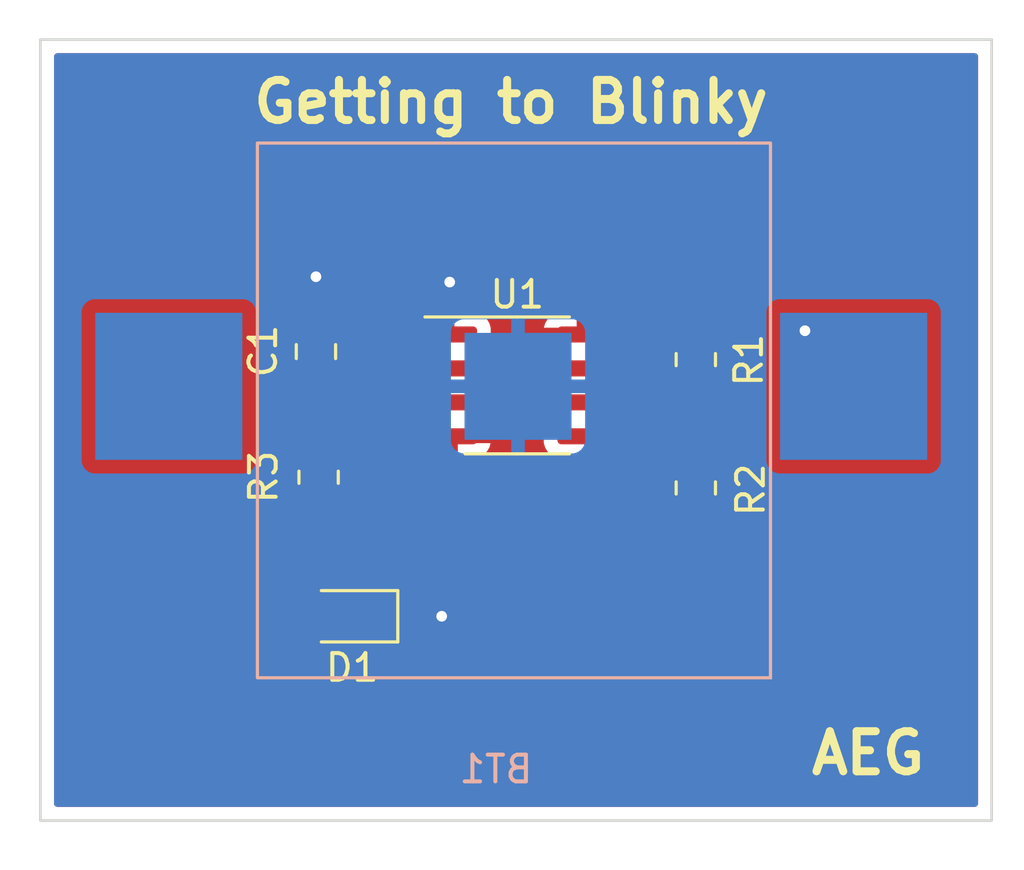
<source format=kicad_pcb>
(kicad_pcb (version 20211014) (generator pcbnew)
  (layers (0 "F.Cu" signal) (31 "B.Cu" signal) (34 "B.Paste" user) (35 "F.Paste" user) (36 "B.SilkS" user "B.Silkscreen") (37 "F.SilkS" user "F.Silkscreen") (38 "B.Mask" user) (39 "F.Mask" user) (44 "Edge.Cuts" user))
  (net 0 "")
  (net 1 "GND")
  (net 2 "Net-(D1-Pad2)")
  (net 3 "Net-(R3-Pad1)")
  (net 5 "/THRES")
  (net 6 "/DISCH")
  (net 7 "/VDD")
  (footprint "Resistor_SMD:R_0805_2012Metric_Pad1.20x1.40mm_HandSolder" (layer "F.Cu") (at 151.5 104.4 -90)
    (fp_text reference "R2" (at 0.07 -2.05 90) (layer "F.SilkS"))
    (fp_text value "470k" hide)
    (fp_line (start -0.227064 0.735) (end 0.227064 0.735) (layer "F.SilkS") (width 0.12))
    (fp_line (start -0.227064 -0.735) (end 0.227064 -0.735) (layer "F.SilkS") (width 0.12))
    (pad "1" smd roundrect (at -1 0 270) (size 1.2 1.4) (layers "F.Cu" "F.Paste" "F.Mask") (roundrect_rratio 0.208333) (net 6 "/DISCH"))
    (pad "2" smd roundrect (at 1 0 270) (size 1.2 1.4) (layers "F.Cu" "F.Paste" "F.Mask") (roundrect_rratio 0.208333) (net 5 "/THRES"))
  )
  (footprint "Package_SO:SOIC-8_3.9x4.9mm_P1.27mm" (layer "F.Cu") (at 144.825 100.565)
    (fp_text reference "U1" (at 0 -3.4) (layer "F.SilkS"))
    (fp_text value "7555" hide)
    (fp_line (start 0 2.56) (end 1.95 2.56) (layer "F.SilkS") (width 0.12))
    (fp_line (start 0 -2.56) (end -3.45 -2.56) (layer "F.SilkS") (width 0.12))
    (fp_line (start 0 -2.56) (end 1.95 -2.56) (layer "F.SilkS") (width 0.12))
    (fp_line (start 0 2.56) (end -1.95 2.56) (layer "F.SilkS") (width 0.12))
    (pad "1" smd roundrect (at -2.475 -1.905) (size 1.95 0.6) (layers "F.Cu" "F.Paste" "F.Mask") (net 1 "GND"))
    (pad "2" smd roundrect (at -2.475 -0.635) (size 1.95 0.6) (layers "F.Cu" "F.Paste" "F.Mask") (net 5 "/THRES"))
    (pad "3" smd roundrect (at -2.475 0.635) (size 1.95 0.6) (layers "F.Cu" "F.Paste" "F.Mask") (net 3 "Net-(R3-Pad1)"))
    (pad "4" smd roundrect (at -2.475 1.905) (size 1.95 0.6) (layers "F.Cu" "F.Paste" "F.Mask") (net 7 "/VDD"))
    (pad "5" smd roundrect (at 2.475 1.905) (size 1.95 0.6) (layers "F.Cu" "F.Paste" "F.Mask"))
    (pad "6" smd roundrect (at 2.475 0.635) (size 1.95 0.6) (layers "F.Cu" "F.Paste" "F.Mask") (net 5 "/THRES"))
    (pad "7" smd roundrect (at 2.475 -0.635) (size 1.95 0.6) (layers "F.Cu" "F.Paste" "F.Mask") (net 6 "/DISCH"))
    (pad "8" smd roundrect (at 2.475 -1.905) (size 1.95 0.6) (layers "F.Cu" "F.Paste" "F.Mask") (net 7 "/VDD"))
  )
  (footprint "LED_SMD:LED_0805_2012Metric_Pad1.15x1.40mm_HandSolder" (layer "F.Cu") (at 138.5 109.2 180)
    (fp_text reference "D1" (at -0.15 -1.92) (layer "F.SilkS"))
    (fp_text value "LED" hide)
    (fp_line (start 1 -0.96) (end -1.86 -0.96) (layer "F.SilkS") (width 0.12))
    (fp_line (start -1.86 0.96) (end 1 0.96) (layer "F.SilkS") (width 0.12))
    (fp_line (start -1.86 -0.96) (end -1.86 0.96) (layer "F.SilkS") (width 0.12))
    (pad "1" smd roundrect (at -1.025 0 180) (size 1.15 1.4) (layers "F.Cu" "F.Paste" "F.Mask") (roundrect_rratio 0.217391) (net 1 "GND"))
    (pad "2" smd roundrect (at 1.025 0 180) (size 1.15 1.4) (layers "F.Cu" "F.Paste" "F.Mask") (roundrect_rratio 0.217391) (net 2 "Net-(D1-Pad2)"))
  )
  (footprint "Resistor_SMD:R_0805_2012Metric_Pad1.20x1.40mm_HandSolder" (layer "F.Cu") (at 151.5 99.6 -90)
    (fp_text reference "R1" (at 0.02 -1.98 90) (layer "F.SilkS"))
    (fp_text value "1k" hide)
    (fp_line (start -0.227064 -0.735) (end 0.227064 -0.735) (layer "F.SilkS") (width 0.12))
    (fp_line (start -0.227064 0.735) (end 0.227064 0.735) (layer "F.SilkS") (width 0.12))
    (pad "1" smd roundrect (at -1 0 270) (size 1.2 1.4) (layers "F.Cu" "F.Paste" "F.Mask") (roundrect_rratio 0.208333) (net 7 "/VDD"))
    (pad "2" smd roundrect (at 1 0 270) (size 1.2 1.4) (layers "F.Cu" "F.Paste" "F.Mask") (roundrect_rratio 0.208333) (net 6 "/DISCH"))
  )
  (footprint "Resistor_SMD:R_0805_2012Metric_Pad1.20x1.40mm_HandSolder" (layer "F.Cu") (at 137.4 104 -90)
    (fp_text reference "R3" (at -0.01 2.06 90) (layer "F.SilkS"))
    (fp_text value "1k" hide)
    (fp_line (start -0.227064 0.735) (end 0.227064 0.735) (layer "F.SilkS") (width 0.12))
    (fp_line (start -0.227064 -0.735) (end 0.227064 -0.735) (layer "F.SilkS") (width 0.12))
    (pad "1" smd roundrect (at -1 0 270) (size 1.2 1.4) (layers "F.Cu" "F.Paste" "F.Mask") (roundrect_rratio 0.208333) (net 3 "Net-(R3-Pad1)"))
    (pad "2" smd roundrect (at 1 0 270) (size 1.2 1.4) (layers "F.Cu" "F.Paste" "F.Mask") (roundrect_rratio 0.208333) (net 2 "Net-(D1-Pad2)"))
  )
  (footprint "Capacitor_SMD:C_0805_2012Metric_Pad1.18x1.45mm_HandSolder" (layer "F.Cu") (at 137.3 99.3 90)
    (fp_text reference "C1" (at 0.02 -1.98 90) (layer "F.SilkS"))
    (fp_text value "1u" hide)
    (fp_line (start -0.261252 0.735) (end 0.261252 0.735) (layer "F.SilkS") (width 0.12))
    (fp_line (start -0.261252 -0.735) (end 0.261252 -0.735) (layer "F.SilkS") (width 0.12))
    (pad "1" smd roundrect (at -1.0375 0 90) (size 1.175 1.45) (layers "F.Cu" "F.Paste" "F.Mask") (roundrect_rratio 0.212766) (net 5 "/THRES"))
    (pad "2" smd roundrect (at 1.0375 0 90) (size 1.175 1.45) (layers "F.Cu" "F.Paste" "F.Mask") (roundrect_rratio 0.212766) (net 1 "GND"))
  )
  (footprint "projFootprintLib:S8211-46R" (layer "B.Cu") (at 144.6 100.6 180)
    (fp_text reference "BT1" (at 0.57 -14.32 unlocked) (layer "B.SilkS") (effects (justify mirror)))
    (fp_text value "CR2032" hide)
    (fp_rect (start -9.6912 -10.9) (end 9.488 9.1) (layer "B.SilkS") (width 0.12) (fill none))
    (pad "1" smd rect (at -12.8 0 180) (size 5.5 5.5) (layers "B.Cu" "B.Paste" "B.Mask") (net 7 "/VDD"))
    (pad "2" smd rect (at -0.254 0 180) (size 4 4) (layers "B.Cu" "B.Paste" "B.Mask") (net 1 "GND"))
    (pad "3" smd rect (at 12.8 0 180) (size 5.5 5.5) (layers "B.Cu" "B.Paste" "B.Mask"))
  )
  (gr_rect (start 127 87.63) (end 162.56 116.84) (layer "Edge.Cuts") (width 0.1) (fill none))
  (gr_text "AEG" (at 157.94 114.32) (layer "F.SilkS") (effects (font (size 1.5 1.5) (thickness 0.3))))
  (gr_text "Getting to Blinky" (at 144.59 89.96) (layer "F.SilkS") (effects (font (size 1.5 1.5) (thickness 0.3))))
  (segment (start 139.525 109.2) (end 142 109.2) (width 0.25) (layer "F.Cu") (net 1))
  (segment (start 137.3 98.2625) (end 137.3 96.5) (width 0.25) (layer "F.Cu") (net 1))
  (segment (start 142.35 96.75) (end 142.3 96.7) (width 0.25) (layer "F.Cu") (net 1))
  (segment (start 142.35 98.66) (end 142.35 96.75) (width 0.25) (layer "F.Cu") (net 1))
  (via (at 142 109.2) (size 0.8) (drill 0.4) (layers "F.Cu" "B.Cu") (net 1))
  (via (at 137.3 96.5) (size 0.8) (drill 0.4) (layers "F.Cu" "B.Cu") (net 1))
  (via (at 142.3 96.7) (size 0.8) (drill 0.4) (layers "F.Cu" "B.Cu") (net 1))
  (segment (start 137.4 105) (end 137.4 109.125) (width 0.25) (layer "F.Cu") (net 2))
  (segment (start 137.4 109.125) (end 137.475 109.2) (width 0.25) (layer "F.Cu") (net 2))
  (segment (start 138.6 103) (end 140.4 101.2) (width 0.25) (layer "F.Cu") (net 3))
  (segment (start 137.4 103) (end 138.6 103) (width 0.25) (layer "F.Cu") (net 3))
  (segment (start 140.4 101.2) (end 142.35 101.2) (width 0.25) (layer "F.Cu") (net 3))
  (segment (start 145.4 101.2) (end 147.3 101.2) (width 0.25) (layer "F.Cu") (net 5))
  (segment (start 144.13 99.93) (end 145.4 101.2) (width 0.25) (layer "F.Cu") (net 5))
  (segment (start 149.5 101.4) (end 149.5 105.3) (width 0.25) (layer "F.Cu") (net 5))
  (segment (start 142.35 99.93) (end 144.13 99.93) (width 0.25) (layer "F.Cu") (net 5))
  (segment (start 137.3 100.3375) (end 139.5625 100.3375) (width 0.25) (layer "F.Cu") (net 5))
  (segment (start 149.6 105.4) (end 151.5 105.4) (width 0.25) (layer "F.Cu") (net 5))
  (segment (start 147.3 101.2) (end 149.3 101.2) (width 0.25) (layer "F.Cu") (net 5))
  (segment (start 139.97 99.93) (end 142.35 99.93) (width 0.25) (layer "F.Cu") (net 5))
  (segment (start 139.5625 100.3375) (end 139.97 99.93) (width 0.25) (layer "F.Cu") (net 5))
  (segment (start 149.3 101.2) (end 149.5 101.4) (width 0.25) (layer "F.Cu") (net 5))
  (segment (start 149.5 105.3) (end 149.6 105.4) (width 0.25) (layer "F.Cu") (net 5))
  (segment (start 149.9 100.6) (end 151.5 100.6) (width 0.25) (layer "F.Cu") (net 6))
  (segment (start 147.3 99.93) (end 149.23 99.93) (width 0.25) (layer "F.Cu") (net 6))
  (segment (start 151.5 100.6) (end 151.5 103.4) (width 0.25) (layer "F.Cu") (net 6))
  (segment (start 149.23 99.93) (end 149.9 100.6) (width 0.25) (layer "F.Cu") (net 6))
  (segment (start 155.45 98.65) (end 155.58 98.52) (width 0.25) (layer "F.Cu") (net 7))
  (segment (start 151.6 98.6) (end 151.65 98.65) (width 0.25) (layer "F.Cu") (net 7))
  (segment (start 151.5 98.6) (end 151.6 98.6) (width 0.25) (layer "F.Cu") (net 7))
  (segment (start 151.65 98.65) (end 155.45 98.65) (width 0.25) (layer "F.Cu") (net 7))
  (segment (start 151.44 98.66) (end 151.5 98.6) (width 0.25) (layer "F.Cu") (net 7))
  (segment (start 147.3 98.66) (end 151.44 98.66) (width 0.25) (layer "F.Cu") (net 7))
  (via (at 155.58 98.52) (size 0.8) (drill 0.4) (layers "F.Cu" "B.Cu") (net 7))
  (zone (net 7) (net_name "/VDD") (layer "F.Cu") (connect_pads (clearance 0.508)) (min_thickness 0.254) (fill yes (thermal_gap 0.508) (thermal_bridge_width 0.508))
    (polygon (pts (xy 163.77 118.59) (xy 125.49 118.59) (xy 125.49 86.15) (xy 163.77 86.15)))
  )
  (zone (net 1) (net_name "GND") (layer "B.Cu") (connect_pads (clearance 0.508)) (min_thickness 0.254) (fill yes (thermal_gap 0.508) (thermal_bridge_width 0.508))
    (polygon (pts (xy 163.4 86.6) (xy 163.5 118.4) (xy 125.7 118.7) (xy 125.8 86.5)))
  )
)
</source>
